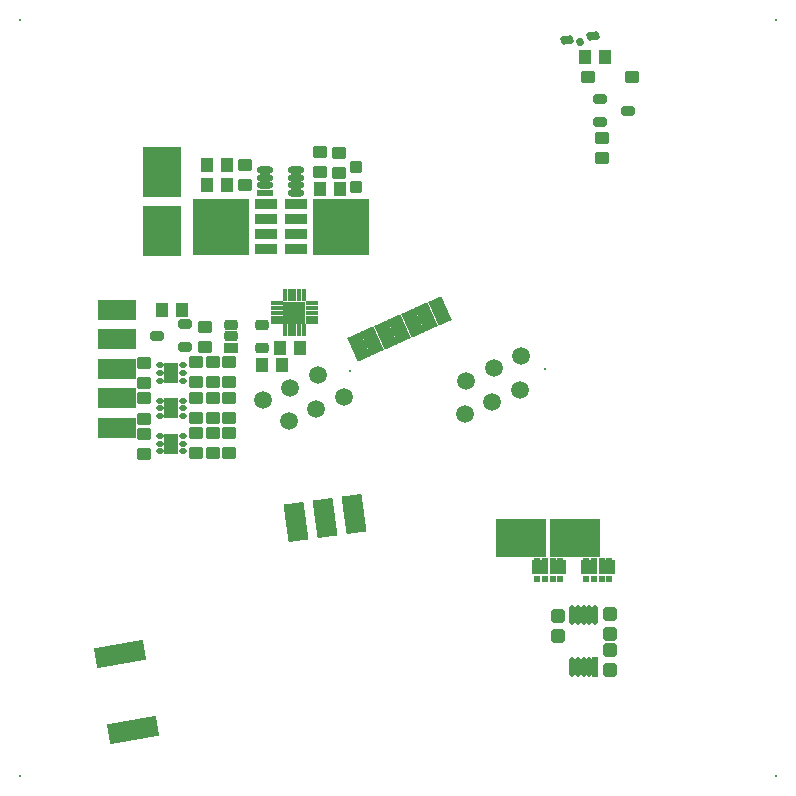
<source format=gbs>
G04*
G04 #@! TF.GenerationSoftware,Altium Limited,Altium Designer,18.1.7 (191)*
G04*
G04 Layer_Color=16711935*
%FSLAX43Y43*%
%MOMM*%
G71*
G01*
G75*
G04:AMPARAMS|DCode=76|XSize=1.204mm|YSize=1.104mm|CornerRadius=0.215mm|HoleSize=0mm|Usage=FLASHONLY|Rotation=360.000|XOffset=0mm|YOffset=0mm|HoleType=Round|Shape=RoundedRectangle|*
%AMROUNDEDRECTD76*
21,1,1.204,0.675,0,0,360.0*
21,1,0.775,1.104,0,0,360.0*
1,1,0.429,0.388,-0.338*
1,1,0.429,-0.388,-0.338*
1,1,0.429,-0.388,0.338*
1,1,0.429,0.388,0.338*
%
%ADD76ROUNDEDRECTD76*%
%ADD82C,0.203*%
%ADD83C,0.204*%
%ADD84C,1.504*%
%ADD85C,0.200*%
%ADD86C,1.500*%
G04:AMPARAMS|DCode=87|XSize=1.704mm|YSize=3.204mm|CornerRadius=0mm|HoleSize=0mm|Usage=FLASHONLY|Rotation=7.870|XOffset=0mm|YOffset=0mm|HoleType=Round|Shape=Rectangle|*
%AMROTATEDRECTD87*
4,1,4,-0.625,-1.704,-1.063,1.470,0.625,1.704,1.063,-1.470,-0.625,-1.704,0.0*
%
%ADD87ROTATEDRECTD87*%

%ADD88O,0.504X1.654*%
%ADD89R,0.504X1.654*%
G04:AMPARAMS|DCode=90|XSize=4.204mm|YSize=1.704mm|CornerRadius=0mm|HoleSize=0mm|Usage=FLASHONLY|Rotation=10.000|XOffset=0mm|YOffset=0mm|HoleType=Round|Shape=Rectangle|*
%AMROTATEDRECTD90*
4,1,4,-1.922,-1.204,-2.218,0.474,1.922,1.204,2.218,-0.474,-1.922,-1.204,0.0*
%
%ADD90ROTATEDRECTD90*%

%ADD91R,0.504X0.554*%
%ADD92R,1.379X1.254*%
%ADD93R,4.204X3.204*%
%ADD94R,0.504X0.404*%
G04:AMPARAMS|DCode=95|XSize=0.8mm|YSize=1.2mm|CornerRadius=0.175mm|HoleSize=0mm|Usage=FLASHONLY|Rotation=90.000|XOffset=0mm|YOffset=0mm|HoleType=Round|Shape=RoundedRectangle|*
%AMROUNDEDRECTD95*
21,1,0.800,0.850,0,0,90.0*
21,1,0.450,1.200,0,0,90.0*
1,1,0.350,0.425,0.225*
1,1,0.350,0.425,-0.225*
1,1,0.350,-0.425,-0.225*
1,1,0.350,-0.425,0.225*
%
%ADD95ROUNDEDRECTD95*%
%ADD96R,3.200X1.700*%
G04:AMPARAMS|DCode=97|XSize=1.1mm|YSize=0.7mm|CornerRadius=0.163mm|HoleSize=0mm|Usage=FLASHONLY|Rotation=187.830|XOffset=0mm|YOffset=0mm|HoleType=Round|Shape=RoundedRectangle|*
%AMROUNDEDRECTD97*
21,1,1.100,0.375,0,0,187.8*
21,1,0.775,0.700,0,0,187.8*
1,1,0.325,-0.409,0.133*
1,1,0.325,0.358,0.239*
1,1,0.325,0.409,-0.133*
1,1,0.325,-0.358,-0.239*
%
%ADD97ROUNDEDRECTD97*%
G04:AMPARAMS|DCode=98|XSize=0.6mm|YSize=0.7mm|CornerRadius=0.15mm|HoleSize=0mm|Usage=FLASHONLY|Rotation=187.830|XOffset=0mm|YOffset=0mm|HoleType=Round|Shape=RoundedRectangle|*
%AMROUNDEDRECTD98*
21,1,0.600,0.400,0,0,187.8*
21,1,0.300,0.700,0,0,187.8*
1,1,0.300,-0.176,0.178*
1,1,0.300,0.121,0.219*
1,1,0.300,0.176,-0.178*
1,1,0.300,-0.121,-0.219*
%
%ADD98ROUNDEDRECTD98*%
G04:AMPARAMS|DCode=99|XSize=1.2mm|YSize=1.1mm|CornerRadius=0.213mm|HoleSize=0mm|Usage=FLASHONLY|Rotation=0.000|XOffset=0mm|YOffset=0mm|HoleType=Round|Shape=RoundedRectangle|*
%AMROUNDEDRECTD99*
21,1,1.200,0.675,0,0,0.0*
21,1,0.775,1.100,0,0,0.0*
1,1,0.425,0.388,-0.338*
1,1,0.425,-0.388,-0.338*
1,1,0.425,-0.388,0.338*
1,1,0.425,0.388,0.338*
%
%ADD99ROUNDEDRECTD99*%
G04:AMPARAMS|DCode=100|XSize=1mm|YSize=1.2mm|CornerRadius=0.2mm|HoleSize=0mm|Usage=FLASHONLY|Rotation=90.000|XOffset=0mm|YOffset=0mm|HoleType=Round|Shape=RoundedRectangle|*
%AMROUNDEDRECTD100*
21,1,1.000,0.800,0,0,90.0*
21,1,0.600,1.200,0,0,90.0*
1,1,0.400,0.400,0.300*
1,1,0.400,0.400,-0.300*
1,1,0.400,-0.400,-0.300*
1,1,0.400,-0.400,0.300*
%
%ADD100ROUNDEDRECTD100*%
G04:AMPARAMS|DCode=101|XSize=1.2mm|YSize=1.1mm|CornerRadius=0.213mm|HoleSize=0mm|Usage=FLASHONLY|Rotation=90.000|XOffset=0mm|YOffset=0mm|HoleType=Round|Shape=RoundedRectangle|*
%AMROUNDEDRECTD101*
21,1,1.200,0.675,0,0,90.0*
21,1,0.775,1.100,0,0,90.0*
1,1,0.425,0.338,0.388*
1,1,0.425,0.338,-0.388*
1,1,0.425,-0.338,-0.388*
1,1,0.425,-0.338,0.388*
%
%ADD101ROUNDEDRECTD101*%
G04:AMPARAMS|DCode=102|XSize=1.2mm|YSize=2.2mm|CornerRadius=0mm|HoleSize=0mm|Usage=FLASHONLY|Rotation=204.000|XOffset=0mm|YOffset=0mm|HoleType=Round|Shape=Rectangle|*
%AMROTATEDRECTD102*
4,1,4,0.101,1.249,0.996,-0.761,-0.101,-1.249,-0.996,0.761,0.101,1.249,0.0*
%
%ADD102ROTATEDRECTD102*%

%ADD103R,1.200X0.860*%
G04:AMPARAMS|DCode=104|XSize=1.2mm|YSize=0.86mm|CornerRadius=0.265mm|HoleSize=0mm|Usage=FLASHONLY|Rotation=0.000|XOffset=0mm|YOffset=0mm|HoleType=Round|Shape=RoundedRectangle|*
%AMROUNDEDRECTD104*
21,1,1.200,0.330,0,0,0.0*
21,1,0.670,0.860,0,0,0.0*
1,1,0.530,0.335,-0.165*
1,1,0.530,-0.335,-0.165*
1,1,0.530,-0.335,0.165*
1,1,0.530,0.335,0.165*
%
%ADD104ROUNDEDRECTD104*%
%ADD105R,1.200X1.800*%
G04:AMPARAMS|DCode=106|XSize=0.5mm|YSize=0.65mm|CornerRadius=0.175mm|HoleSize=0mm|Usage=FLASHONLY|Rotation=90.000|XOffset=0mm|YOffset=0mm|HoleType=Round|Shape=RoundedRectangle|*
%AMROUNDEDRECTD106*
21,1,0.500,0.300,0,0,90.0*
21,1,0.150,0.650,0,0,90.0*
1,1,0.350,0.150,0.075*
1,1,0.350,0.150,-0.075*
1,1,0.350,-0.150,-0.075*
1,1,0.350,-0.150,0.075*
%
%ADD106ROUNDEDRECTD106*%
%ADD107R,1.100X0.400*%
%ADD108R,0.400X1.100*%
%ADD109R,1.900X1.900*%
%ADD110O,1.420X0.600*%
%ADD111R,1.420X0.600*%
%ADD112R,1.851X0.810*%
%ADD113R,4.823X4.721*%
%ADD114R,3.200X4.200*%
G04:AMPARAMS|DCode=115|XSize=1mm|YSize=1mm|CornerRadius=0.2mm|HoleSize=0mm|Usage=FLASHONLY|Rotation=270.000|XOffset=0mm|YOffset=0mm|HoleType=Round|Shape=RoundedRectangle|*
%AMROUNDEDRECTD115*
21,1,1.000,0.600,0,0,270.0*
21,1,0.600,1.000,0,0,270.0*
1,1,0.400,-0.300,-0.300*
1,1,0.400,-0.300,0.300*
1,1,0.400,0.300,0.300*
1,1,0.400,0.300,-0.300*
%
%ADD115ROUNDEDRECTD115*%
D76*
X52900Y11975D02*
D03*
Y13675D02*
D03*
Y15000D02*
D03*
Y16700D02*
D03*
X48500Y14850D02*
D03*
Y16550D02*
D03*
D82*
X3000Y67000D02*
D03*
X67000D02*
D03*
Y3000D02*
D03*
X3000D02*
D03*
D83*
X47438Y37462D02*
D03*
D84*
X40659Y33634D02*
D03*
X40786Y36471D02*
D03*
X42980Y34667D02*
D03*
X43107Y37504D02*
D03*
X45300Y35700D02*
D03*
X45427Y38537D02*
D03*
D85*
X30936Y37318D02*
D03*
D86*
X23555Y34842D02*
D03*
X25748Y33038D02*
D03*
X25875Y35875D02*
D03*
X28068Y34071D02*
D03*
X28195Y36908D02*
D03*
X30389Y35104D02*
D03*
D87*
X31294Y25201D02*
D03*
X28817Y24859D02*
D03*
X26341Y24517D02*
D03*
D88*
X49700Y16625D02*
D03*
X50200D02*
D03*
X50700D02*
D03*
X51200D02*
D03*
X51700D02*
D03*
X49700Y12225D02*
D03*
X50200D02*
D03*
X50700D02*
D03*
X51200D02*
D03*
D89*
X51700D02*
D03*
D90*
X11462Y13299D02*
D03*
X12591Y6898D02*
D03*
D91*
X48088Y19647D02*
D03*
X48738D02*
D03*
X47438D02*
D03*
X46788D02*
D03*
X52239Y19641D02*
D03*
X52889D02*
D03*
X51589D02*
D03*
X50939D02*
D03*
D92*
X48526Y20647D02*
D03*
X47000D02*
D03*
X52677Y20641D02*
D03*
X51151D02*
D03*
D93*
X49952Y23175D02*
D03*
X45427D02*
D03*
D94*
X48738Y21272D02*
D03*
X48088D02*
D03*
X47438D02*
D03*
X46788D02*
D03*
X52889Y21266D02*
D03*
X52239D02*
D03*
X51589D02*
D03*
X50939D02*
D03*
D95*
X54425Y59325D02*
D03*
X52125Y60275D02*
D03*
Y58375D02*
D03*
X14625Y40275D02*
D03*
X16925Y39325D02*
D03*
Y41225D02*
D03*
D96*
X11200Y32450D02*
D03*
Y34950D02*
D03*
Y37450D02*
D03*
X11200Y42450D02*
D03*
X11200Y39950D02*
D03*
D97*
X49310Y65299D02*
D03*
X51490Y65599D02*
D03*
D98*
X50441Y65152D02*
D03*
D99*
X52300Y56975D02*
D03*
Y55275D02*
D03*
X18650Y41000D02*
D03*
Y39300D02*
D03*
X19300Y38025D02*
D03*
Y36325D02*
D03*
X17900Y36325D02*
D03*
Y38025D02*
D03*
X20700Y38025D02*
D03*
Y36325D02*
D03*
X19300Y32025D02*
D03*
Y30325D02*
D03*
X20700Y32025D02*
D03*
Y30325D02*
D03*
X17900Y30325D02*
D03*
Y32025D02*
D03*
X20700Y35025D02*
D03*
Y33325D02*
D03*
X17900Y33325D02*
D03*
Y35025D02*
D03*
X19300Y35025D02*
D03*
Y33325D02*
D03*
X13525Y30250D02*
D03*
Y31950D02*
D03*
Y33250D02*
D03*
Y34950D02*
D03*
X13525Y36250D02*
D03*
Y37950D02*
D03*
X30003Y55767D02*
D03*
Y54067D02*
D03*
X22000Y53050D02*
D03*
Y54750D02*
D03*
X28421Y55787D02*
D03*
Y54088D02*
D03*
D100*
X51075Y62150D02*
D03*
X54775D02*
D03*
D101*
X50837Y63825D02*
D03*
X52537D02*
D03*
X25175Y37825D02*
D03*
X23475D02*
D03*
X26695Y39225D02*
D03*
X24995D02*
D03*
X16700Y42450D02*
D03*
X15000D02*
D03*
X20550Y54711D02*
D03*
X18850D02*
D03*
X18850Y53023D02*
D03*
X20550D02*
D03*
X30050Y52711D02*
D03*
X28350D02*
D03*
D102*
X31666Y39308D02*
D03*
X35092Y40833D02*
D03*
X32808Y39817D02*
D03*
X33950Y40325D02*
D03*
X37400Y41875D02*
D03*
X38542Y42383D02*
D03*
X36258Y41367D02*
D03*
D103*
X20870Y39250D02*
D03*
D104*
Y40200D02*
D03*
Y41150D02*
D03*
X23500Y39250D02*
D03*
Y41150D02*
D03*
D105*
X15775Y31125D02*
D03*
X15800Y34125D02*
D03*
Y37100D02*
D03*
D106*
X14800Y30475D02*
D03*
Y31125D02*
D03*
Y31775D02*
D03*
X16750Y30475D02*
D03*
Y31125D02*
D03*
Y31775D02*
D03*
X14825Y33475D02*
D03*
Y34125D02*
D03*
Y34775D02*
D03*
X16775Y33475D02*
D03*
Y34125D02*
D03*
Y34775D02*
D03*
X14825Y36450D02*
D03*
Y37100D02*
D03*
Y37750D02*
D03*
X16775Y36450D02*
D03*
Y37100D02*
D03*
Y37750D02*
D03*
D107*
X27700Y43000D02*
D03*
Y42200D02*
D03*
Y42600D02*
D03*
Y41800D02*
D03*
X24750Y43000D02*
D03*
Y42600D02*
D03*
Y42200D02*
D03*
Y41800D02*
D03*
X27700Y41400D02*
D03*
X24750D02*
D03*
D108*
X26625Y43675D02*
D03*
X26225D02*
D03*
X27025D02*
D03*
X25825D02*
D03*
X25425D02*
D03*
X26225Y40725D02*
D03*
X25825D02*
D03*
X26625D02*
D03*
X27025D02*
D03*
X25425D02*
D03*
D109*
X26225Y42200D02*
D03*
D110*
X26320Y54300D02*
D03*
Y53650D02*
D03*
Y53000D02*
D03*
Y52350D02*
D03*
X23700Y54300D02*
D03*
Y53650D02*
D03*
Y53000D02*
D03*
D111*
Y52350D02*
D03*
D112*
X23818Y51380D02*
D03*
Y50110D02*
D03*
Y48840D02*
D03*
Y47570D02*
D03*
X26350D02*
D03*
Y48840D02*
D03*
Y50110D02*
D03*
Y51380D02*
D03*
D113*
X20000Y49475D02*
D03*
X30168D02*
D03*
D114*
X15000Y49100D02*
D03*
Y54100D02*
D03*
D115*
X31424Y54549D02*
D03*
Y52849D02*
D03*
M02*

</source>
